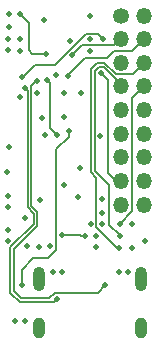
<source format=gbr>
%TF.GenerationSoftware,KiCad,Pcbnew,9.0.0*%
%TF.CreationDate,2025-06-10T15:00:40-04:00*%
%TF.ProjectId,aditBoard,61646974-426f-4617-9264-2e6b69636164,rev?*%
%TF.SameCoordinates,Original*%
%TF.FileFunction,Copper,L5,Inr*%
%TF.FilePolarity,Positive*%
%FSLAX46Y46*%
G04 Gerber Fmt 4.6, Leading zero omitted, Abs format (unit mm)*
G04 Created by KiCad (PCBNEW 9.0.0) date 2025-06-10 15:00:40*
%MOMM*%
%LPD*%
G01*
G04 APERTURE LIST*
%TA.AperFunction,ComponentPad*%
%ADD10C,1.350000*%
%TD*%
%TA.AperFunction,ComponentPad*%
%ADD11O,1.350000X1.350000*%
%TD*%
%TA.AperFunction,ComponentPad*%
%ADD12O,1.000000X2.100000*%
%TD*%
%TA.AperFunction,ComponentPad*%
%ADD13O,1.000000X1.800000*%
%TD*%
%TA.AperFunction,ViaPad*%
%ADD14C,0.500000*%
%TD*%
%TA.AperFunction,Conductor*%
%ADD15C,0.200000*%
%TD*%
G04 APERTURE END LIST*
D10*
%TO.N,/GND*%
%TO.C,J2*%
X124635000Y-81725000D03*
D11*
X126635000Y-81725000D03*
%TO.N,/SDA*%
X124635000Y-83725000D03*
%TO.N,/SCL*%
X126635000Y-83725000D03*
%TO.N,/PLUG*%
X124635000Y-85725000D03*
%TO.N,/A2*%
X126635000Y-85725000D03*
%TO.N,/A1*%
X124635000Y-87725000D03*
%TO.N,/A0*%
X126635000Y-87725000D03*
%TO.N,/GND*%
X124635000Y-89725000D03*
X126635000Y-89725000D03*
%TO.N,/TXD*%
X124635000Y-91725000D03*
%TO.N,/RXD*%
X126635000Y-91725000D03*
%TO.N,/GND*%
X124635000Y-93725000D03*
X126635000Y-93725000D03*
%TO.N,/RST*%
X124635000Y-95725000D03*
%TO.N,/3V3*%
X126635000Y-95725000D03*
%TO.N,unconnected-(J2-Pin_17-Pad17)*%
X124635000Y-97725000D03*
%TO.N,unconnected-(J2-Pin_18-Pad18)*%
X126635000Y-97725000D03*
%TD*%
D12*
%TO.N,/GND*%
%TO.C,J1*%
X117755000Y-104000000D03*
D13*
X117755000Y-108180000D03*
D12*
X126395000Y-104000000D03*
D13*
X126395000Y-108180000D03*
%TD*%
D14*
%TO.N,/GND*%
X117850000Y-97350000D03*
%TO.N,/5V*%
X115675000Y-107600000D03*
%TO.N,/GND*%
X117700200Y-101280000D03*
X125292500Y-103450000D03*
X118875000Y-103425000D03*
%TO.N,/5V*%
X116750000Y-101200000D03*
X115100000Y-99875000D03*
X118650200Y-101202050D03*
X116525000Y-107600000D03*
%TO.N,Net-(U3-RUN)*%
X116275000Y-86925000D03*
X123150000Y-83675000D03*
%TO.N,/GND*%
X121025000Y-97100000D03*
%TO.N,Net-(R6-Pad2)*%
X123075000Y-97275000D03*
%TO.N,/GND*%
X126660000Y-100830000D03*
X114990000Y-94970000D03*
X116150000Y-83700000D03*
X118160000Y-82120000D03*
X117590000Y-88250000D03*
X122570000Y-101350000D03*
X119850000Y-90310000D03*
X120360000Y-83880000D03*
X115090000Y-97930000D03*
X115100000Y-100830000D03*
X122050000Y-83740000D03*
X123090000Y-98415000D03*
X115090000Y-83700000D03*
X122060000Y-81750000D03*
X125580000Y-99370000D03*
X115150000Y-81600000D03*
X117975000Y-90400000D03*
X119810000Y-88250000D03*
X115150000Y-82675000D03*
X121190000Y-94630000D03*
X125560000Y-101410000D03*
%TO.N,/3V3*%
X116150000Y-88650000D03*
X118260000Y-91790000D03*
X119150000Y-86725000D03*
X122930000Y-91930000D03*
X116525000Y-98850000D03*
X122570000Y-100390000D03*
X119870000Y-96070000D03*
X123090000Y-99375000D03*
X122050000Y-84700000D03*
X116160000Y-84700000D03*
X115090000Y-96970000D03*
X121300000Y-88300000D03*
X122090000Y-99405000D03*
X115220000Y-92830000D03*
X115090000Y-84660000D03*
%TO.N,/1V1*%
X116110000Y-81600000D03*
X119700000Y-100330000D03*
X121600000Y-100390000D03*
X119250000Y-91825000D03*
X118330000Y-84950000D03*
X118425000Y-87200000D03*
%TO.N,/5V*%
X124475000Y-103425000D03*
X119675000Y-103425000D03*
%TO.N,Net-(U1-DIN)*%
X116275000Y-104500000D03*
X120225000Y-91475000D03*
%TO.N,/A2*%
X124540000Y-101410000D03*
%TO.N,/A0*%
X124560000Y-99370000D03*
%TO.N,/A1*%
X124550000Y-100390000D03*
%TO.N,/SCL*%
X120170000Y-86820000D03*
%TO.N,/RST*%
X122990000Y-86600000D03*
%TO.N,/SDA*%
X120560000Y-85050000D03*
%TO.N,/SWCLK*%
X123325000Y-104500000D03*
X117550000Y-87300000D03*
%TO.N,/SWD*%
X119240000Y-105690000D03*
X116525000Y-87825000D03*
%TD*%
D15*
%TO.N,/1V1*%
X118330000Y-84950000D02*
X117150000Y-84950000D01*
X116850000Y-84650000D02*
X116850000Y-82340000D01*
X117150000Y-84950000D02*
X116850000Y-84650000D01*
X116850000Y-82340000D02*
X116110000Y-81600000D01*
%TO.N,Net-(U1-DIN)*%
X116275000Y-103250000D02*
X117250000Y-102275000D01*
X117250000Y-102275000D02*
X118500000Y-102275000D01*
X118500000Y-102275000D02*
X119175000Y-101600000D01*
X116275000Y-104500000D02*
X116275000Y-103250000D01*
X119175000Y-93025000D02*
X120225000Y-91975000D01*
X119175000Y-101600000D02*
X119175000Y-93025000D01*
X120225000Y-91975000D02*
X120225000Y-91475000D01*
%TO.N,/SWD*%
X116525000Y-87825000D02*
X116788400Y-88088400D01*
X116788400Y-97712716D02*
X116788400Y-97963399D01*
X116788400Y-97963400D02*
X116788400Y-97963398D01*
X116788400Y-97963399D02*
X116788400Y-97963400D01*
X116330684Y-105940000D02*
X118460151Y-105940000D01*
X117272400Y-99352600D02*
X115310000Y-101315000D01*
X116788400Y-97963398D02*
X117229239Y-98404239D01*
X117229239Y-98404239D02*
X117272400Y-98447400D01*
X115310000Y-101362058D02*
X115310000Y-101362059D01*
X116788400Y-88088400D02*
X116788400Y-97712716D01*
X115310000Y-105169999D02*
X115310000Y-105170000D01*
X117272400Y-98447400D02*
X117272400Y-99352600D01*
X115310000Y-101315000D02*
X115310000Y-101362058D01*
X115310000Y-101362059D02*
X115310000Y-101612742D01*
X115310000Y-101612742D02*
X115310000Y-104919316D01*
X115310000Y-104919316D02*
X115310000Y-105169999D01*
X116080000Y-105940000D02*
X116080001Y-105940000D01*
X115310000Y-105170000D02*
X116080000Y-105940000D01*
X116080001Y-105940000D02*
X116330684Y-105940000D01*
X118460151Y-105940000D02*
X118710834Y-105940000D01*
X118990000Y-105940000D02*
X119240000Y-105690000D01*
X118710834Y-105940000D02*
X118990000Y-105940000D01*
%TO.N,/SWCLK*%
X116205342Y-105637400D02*
X118585493Y-105637400D01*
X117474058Y-87300000D02*
X117091000Y-87683058D01*
X117091000Y-87683058D02*
X117091000Y-97838058D01*
X119052893Y-105170000D02*
X122705000Y-105170000D01*
X117550000Y-87300000D02*
X117474058Y-87300000D01*
X117575000Y-98322059D02*
X117575000Y-99525000D01*
X117091000Y-97838058D02*
X117575000Y-98322059D01*
X115612600Y-101487400D02*
X115612600Y-105044658D01*
X115612600Y-105044658D02*
X116205342Y-105637400D01*
X118585493Y-105637400D02*
X119052893Y-105170000D01*
X117575000Y-99525000D02*
X115612600Y-101487400D01*
X122705000Y-105170000D02*
X123325000Y-104550000D01*
X123325000Y-104550000D02*
X123325000Y-104500000D01*
%TO.N,/1V1*%
X119250000Y-91825000D02*
X118624541Y-91199541D01*
X118624541Y-87399541D02*
X118425000Y-87200000D01*
X118624541Y-91199541D02*
X118624541Y-87399541D01*
%TO.N,Net-(U3-RUN)*%
X121682526Y-83287400D02*
X122762400Y-83287400D01*
X117400000Y-85925000D02*
X119044926Y-85925000D01*
X122762400Y-83287400D02*
X123150000Y-83675000D01*
X116275000Y-86925000D02*
X116400000Y-86925000D01*
X116400000Y-86925000D02*
X117400000Y-85925000D01*
X119044926Y-85925000D02*
X121682526Y-83287400D01*
%TO.N,/A2*%
X125660000Y-86700000D02*
X124223633Y-86700000D01*
X124223633Y-86700000D02*
X123223633Y-85700000D01*
X126635000Y-85725000D02*
X125660000Y-86700000D01*
X122128400Y-86246600D02*
X122128400Y-95004926D01*
X122560000Y-99635000D02*
X124335000Y-101410000D01*
X123223633Y-85700000D02*
X122675000Y-85700000D01*
X124335000Y-101410000D02*
X124540000Y-101410000D01*
X122675000Y-85700000D02*
X122128400Y-86246600D01*
X122128400Y-95004926D02*
X122560000Y-95436526D01*
X122560000Y-95436526D02*
X122560000Y-99635000D01*
%TO.N,/1V1*%
X121600000Y-100390000D02*
X121290000Y-100390000D01*
X121290000Y-100390000D02*
X121230000Y-100330000D01*
X121230000Y-100330000D02*
X119700000Y-100330000D01*
%TO.N,/A2*%
X124540000Y-101410000D02*
X124540000Y-101430000D01*
%TO.N,/A0*%
X125630000Y-98300000D02*
X125630000Y-88730000D01*
X124560000Y-99370000D02*
X125630000Y-98300000D01*
X125630000Y-88730000D02*
X126635000Y-87725000D01*
%TO.N,/A1*%
X122430000Y-94880000D02*
X122430000Y-86445000D01*
X124550000Y-100330000D02*
X123650000Y-99430000D01*
X123197107Y-86100000D02*
X124635000Y-87537893D01*
X122430000Y-86445000D02*
X122775000Y-86100000D01*
X123650000Y-99430000D02*
X123650000Y-96100000D01*
X124550000Y-100390000D02*
X124550000Y-100330000D01*
X124635000Y-87537893D02*
X124635000Y-87725000D01*
X122775000Y-86100000D02*
X123197107Y-86100000D01*
X123650000Y-96100000D02*
X122430000Y-94880000D01*
%TO.N,/SCL*%
X120170000Y-86820000D02*
X120170000Y-86730000D01*
X125640000Y-84720000D02*
X126635000Y-83725000D01*
X123486526Y-85300000D02*
X124066526Y-84720000D01*
X124066526Y-84720000D02*
X125640000Y-84720000D01*
X121600000Y-85300000D02*
X123486526Y-85300000D01*
X120170000Y-86730000D02*
X121600000Y-85300000D01*
%TO.N,/RST*%
X122990000Y-86600000D02*
X123560000Y-87170000D01*
X123560000Y-87170000D02*
X123560000Y-95050000D01*
X124235000Y-95725000D02*
X124635000Y-95725000D01*
X123560000Y-95050000D02*
X124235000Y-95725000D01*
%TO.N,/SDA*%
X120560000Y-85050000D02*
X121362600Y-84247400D01*
X124394492Y-83725000D02*
X124635000Y-83725000D01*
X124112600Y-84247400D02*
X124635000Y-83725000D01*
X121362600Y-84247400D02*
X124112600Y-84247400D01*
%TD*%
M02*

</source>
